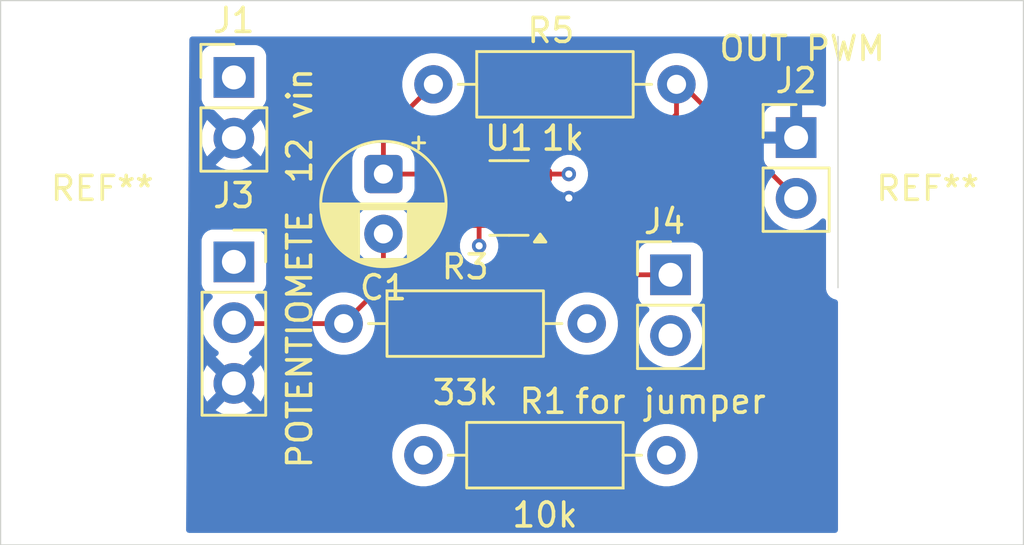
<source format=kicad_pcb>
(kicad_pcb (version 20241229) (generator "pcbnew") (generator_version "9.0")
  (layers (0 "F.Cu" signal) (4 "In1.Cu" signal) (6 "In2.Cu" signal) (2 "B.Cu" signal) (13 "F.Paste" user) (15 "B.Paste" user) (5 "F.SilkS" user "F.Silkscreen") (7 "B.SilkS" user "B.Silkscreen") (1 "F.Mask" user) (3 "B.Mask" user) (25 "Edge.Cuts" user))
  (net 0 "")
  (net 1 "Net-(U1--)")
  (net 2 "12V")
  (net 3 "GND")
  (net 4 "+6V")
  (net 5 "Net-(J2-Pin_2)")
  (net 6 "Net-(J4-Pin_1)")
  (net 7 "Net-(U1-+)")
  (net 8 "Net-(J4-Pin_2)")
  (footprint "Package_TO_SOT_SMD:SOT-23-6" (layer "F.Cu") (at 38.5 23 180)
    (property "Reference" "U1" (at 0 2.5 180) (layer "F.SilkS"))
    (property "Value" "ADA4807-1" (hide yes))
    (fp_line (start 0 1.56) (end 0.8 1.56) (stroke (width 0.12)) (layer "F.SilkS"))
    (fp_line (start 0 1.56) (end -0.8 1.56) (stroke (width 0.12)) (layer "F.SilkS"))
    (fp_line (start 0 -1.56) (end 0.8 -1.56) (stroke (width 0.12)) (layer "F.SilkS"))
    (fp_line (start 0 -1.56) (end -0.8 -1.56) (stroke (width 0.12)) (layer "F.SilkS"))
    (fp_poly (pts (xy -1.3 -1.51) (xy -1.54 -1.84) (xy -1.06 -1.84)) (stroke (width 0.12)) (fill yes) (layer "F.SilkS"))
    (pad "1" smd roundrect (at -1.1375 -0.95 180) (size 1.325 0.6) (layers "F.Cu" "F.Mask" "F.Paste") (net 5 "Net-(J2-Pin_2)"))
    (pad "2" smd roundrect (at -1.1375 0 180) (size 1.325 0.6) (layers "F.Cu" "F.Mask" "F.Paste") (net 3 "GND"))
    (pad "3" smd roundrect (at -1.1375 0.95 180) (size 1.325 0.6) (layers "F.Cu" "F.Mask" "F.Paste") (net 7 "Net-(U1-+)"))
    (pad "4" smd roundrect (at 1.1375 0.95 180) (size 1.325 0.6) (layers "F.Cu" "F.Mask" "F.Paste") (net 1 "Net-(U1--)"))
    (pad "5" smd roundrect (at 1.1375 0 180) (size 1.325 0.6) (layers "F.Cu" "F.Mask" "F.Paste") (net 6 "Net-(J4-Pin_1)"))
    (pad "6" smd roundrect (at 1.1375 -0.95 180) (size 1.325 0.6) (layers "F.Cu" "F.Mask" "F.Paste") (net 2 "12V"))
  )
  (footprint "Connector_PinHeader_2.54mm:PinHeader_1x02_P2.54mm_Vertical" (layer "F.Cu") (at 45.25 26.21)
    (property "Reference" "J4" (at -0.25 -2.225 180) (layer "F.SilkS"))
    (property "Value" "for jumper" (at 0 5.29 180) (layer "F.SilkS"))
    (fp_line (start -1.38 -1.38) (end 0 -1.38) (stroke (width 0.12)) (layer "F.SilkS"))
    (fp_line (start -1.38 0) (end -1.38 -1.38) (stroke (width 0.12)) (layer "F.SilkS"))
    (fp_line (start -1.38 1.27) (end -1.38 3.92) (stroke (width 0.12)) (layer "F.SilkS"))
    (fp_line (start -1.38 1.27) (end 1.38 1.27) (stroke (width 0.12)) (layer "F.SilkS"))
    (fp_line (start -1.38 3.92) (end 1.38 3.92) (stroke (width 0.12)) (layer "F.SilkS"))
    (fp_line (start 1.38 1.27) (end 1.38 3.92) (stroke (width 0.12)) (layer "F.SilkS"))
    (pad "1" thru_hole rect (at 0 0) (size 1.7 1.7) (drill 1) (layers "*.Cu" "*.Mask") (net 6 "Net-(J4-Pin_1)"))
    (pad "2" thru_hole circle (at 0 2.54) (size 1.7 1.7) (drill 1) (layers "*.Cu" "*.Mask") (net 8 "Net-(J4-Pin_2)"))
  )
  (footprint "Capacitor_THT:CP_Radial_D5.0mm_P2.50mm" (layer "F.Cu") (at 33.25 22 -90)
    (property "Reference" "C1" (at 4.75 0 0) (layer "F.SilkS"))
    (property "Value" "1u")
    (fp_line (start 1.49 1.04) (end 1.49 2.569) (stroke (width 0.12)) (layer "F.SilkS"))
    (fp_line (start 1.53 1.04) (end 1.53 2.565) (stroke (width 0.12)) (layer "F.SilkS"))
    (fp_line (start 1.57 1.04) (end 1.57 2.56) (stroke (width 0.12)) (layer "F.SilkS"))
    (fp_line (start 1.61 1.04) (end 1.61 2.555) (stroke (width 0.12)) (layer "F.SilkS"))
    (fp_line (start 1.65 1.04) (end 1.65 2.549) (stroke (width 0.12)) (layer "F.SilkS"))
    (fp_line (start 1.69 1.04) (end 1.69 2.543) (stroke (width 0.12)) (layer "F.SilkS"))
    (fp_line (start 1.73 1.04) (end 1.73 2.536) (stroke (width 0.12)) (layer "F.SilkS"))
    (fp_line (start 1.77 1.04) (end 1.77 2.528) (stroke (width 0.12)) (layer "F.SilkS"))
    (fp_line (start 1.81 1.04) (end 1.81 2.519) (stroke (width 0.12)) (layer "F.SilkS"))
    (fp_line (start 1.85 1.04) (end 1.85 2.51) (stroke (width 0.12)) (layer "F.SilkS"))
    (fp_line (start 1.89 1.04) (end 1.89 2.501) (stroke (width 0.12)) (layer "F.SilkS"))
    (fp_line (start 1.93 1.04) (end 1.93 2.49) (stroke (width 0.12)) (layer "F.SilkS"))
    (fp_line (start 1.97 1.04) (end 1.97 2.479) (stroke (width 0.12)) (layer "F.SilkS"))
    (fp_line (start 2.01 1.04) (end 2.01 2.467) (stroke (width 0.12)) (layer "F.SilkS"))
    (fp_line (start 2.05 1.04) (end 2.05 2.455) (stroke (width 0.12)) (layer "F.SilkS"))
    (fp_line (start 2.09 1.04) (end 2.09 2.442) (stroke (width 0.12)) (layer "F.SilkS"))
    (fp_line (start 2.13 1.04) (end 2.13 2.428) (stroke (width 0.12)) (layer "F.SilkS"))
    (fp_line (start 2.17 1.04) (end 2.17 2.413) (stroke (width 0.12)) (layer "F.SilkS"))
    (fp_line (start 2.21 1.04) (end 2.21 2.398) (stroke (width 0.12)) (layer "F.SilkS"))
    (fp_line (start 2.25 1.04) (end 2.25 2.382) (stroke (width 0.12)) (layer "F.SilkS"))
    (fp_line (start 2.29 1.04) (end 2.29 2.365) (stroke (width 0.12)) (layer "F.SilkS"))
    (fp_line (start 2.33 1.04) (end 2.33 2.347) (stroke (width 0.12)) (layer "F.SilkS"))
    (fp_line (start 2.37 1.04) (end 2.37 2.329) (stroke (width 0.12)) (layer "F.SilkS"))
    (fp_line (start 2.41 1.04) (end 2.41 2.309) (stroke (width 0.12)) (layer "F.SilkS"))
    (fp_line (start 2.45 1.04) (end 2.45 2.289) (stroke (width 0.12)) (layer "F.SilkS"))
    (fp_line (start 2.49 1.04) (end 2.49 2.268) (stroke (width 0.12)) (layer "F.SilkS"))
    (fp_line (start 2.53 1.04) (end 2.53 2.246) (stroke (width 0.12)) (layer "F.SilkS"))
    (fp_line (start 2.57 1.04) (end 2.57 2.223) (stroke (width 0.12)) (layer "F.SilkS"))
    (fp_line (start 2.61 1.04) (end 2.61 2.199) (stroke (width 0.12)) (layer "F.SilkS"))
    (fp_line (start 2.65 1.04) (end 2.65 2.175) (stroke (width 0.12)) (layer "F.SilkS"))
    (fp_line (start 2.69 1.04) (end 2.69 2.149) (stroke (width 0.12)) (layer "F.SilkS"))
    (fp_line (start 2.73 1.04) (end 2.73 2.122) (stroke (width 0.12)) (layer "F.SilkS"))
    (fp_line (start 2.77 1.04) (end 2.77 2.094) (stroke (width 0.12)) (layer "F.SilkS"))
    (fp_line (start 2.81 1.04) (end 2.81 2.065) (stroke (width 0.12)) (layer "F.SilkS"))
    (fp_line (start 2.85 1.04) (end 2.85 2.035) (stroke (width 0.12)) (layer "F.SilkS"))
    (fp_line (start 2.89 1.04) (end 2.89 2.003) (stroke (width 0.12)) (layer "F.SilkS"))
    (fp_line (start 2.93 1.04) (end 2.93 1.97) (stroke (width 0.12)) (layer "F.SilkS"))
    (fp_line (start 2.97 1.04) (end 2.97 1.936) (stroke (width 0.12)) (layer "F.SilkS"))
    (fp_line (start 3.01 1.04) (end 3.01 1.901) (stroke (width 0.12)) (layer "F.SilkS"))
    (fp_line (start 3.05 1.04) (end 3.05 1.864) (stroke (width 0.12)) (layer "F.SilkS"))
    (fp_line (start 3.09 1.04) (end 3.09 1.825) (stroke (width 0.12)) (layer "F.SilkS"))
    (fp_line (start 3.13 1.04) (end 3.13 1.785) (stroke (width 0.12)) (layer "F.SilkS"))
    (fp_line (start 3.17 1.04) (end 3.17 1.743) (stroke (width 0.12)) (layer "F.SilkS"))
    (fp_line (start 3.21 1.04) (end 3.21 1.699) (stroke (width 0.12)) (layer "F.SilkS"))
    (fp_line (start 3.25 1.04) (end 3.25 1.652) (stroke (width 0.12)) (layer "F.SilkS"))
    (fp_line (start 3.29 1.04) (end 3.29 1.604) (stroke (width 0.12)) (layer "F.SilkS"))
    (fp_line (start 3.33 1.04) (end 3.33 1.553) (stroke (width 0.12)) (layer "F.SilkS"))
    (fp_line (start 3.37 1.04) (end 3.37 1.499) (stroke (width 0.12)) (layer "F.SilkS"))
    (fp_line (start 3.41 1.04) (end 3.41 1.443) (stroke (width 0.12)) (layer "F.SilkS"))
    (fp_line (start 3.45 1.04) (end 3.45 1.383) (stroke (width 0.12)) (layer "F.SilkS"))
    (fp_line (start 3.49 1.04) (end 3.49 1.319) (stroke (width 0.12)) (layer "F.SilkS"))
    (fp_line (start 3.53 1.04) (end 3.53 1.251) (stroke (width 0.12)) (layer "F.SilkS"))
    (fp_line (start 3.85 -0.283) (end 3.85 0.283) (stroke (width 0.12)) (layer "F.SilkS"))
    (fp_line (start 3.81 -0.517) (end 3.81 0.517) (stroke (width 0.12)) (layer "F.SilkS"))
    (fp_line (start 3.77 -0.677) (end 3.77 0.677) (stroke (width 0.12)) (layer "F.SilkS"))
    (fp_line (start 3.73 -0.805) (end 3.73 0.805) (stroke (width 0.12)) (layer "F.SilkS"))
    (fp_line (start 3.69 -0.914) (end 3.69 0.914) (stroke (width 0.12)) (layer "F.SilkS"))
    (fp_line (start 3.65 -1.011) (end 3.65 1.011) (stroke (width 0.12)) (layer "F.SilkS"))
    (fp_line (start 3.61 -1.098) (end 3.61 1.098) (stroke (width 0.12)) (layer "F.SilkS"))
    (fp_line (start 3.57 -1.177) (end 3.57 1.177) (stroke (width 0.12)) (layer "F.SilkS"))
    (fp_line (start 3.53 -1.251) (end 3.53 -1.04) (stroke (width 0.12)) (layer "F.SilkS"))
    (fp_line (start 3.49 -1.319) (end 3.49 -1.04) (stroke (width 0.12)) (layer "F.SilkS"))
    (fp_line (start 3.45 -1.383) (end 3.45 -1.04) (stroke (width 0.12)) (layer "F.SilkS"))
    (fp_line (start 3.41 -1.443) (end 3.41 -1.04) (stroke (width 0.12)) (layer "F.SilkS"))
    (fp_line (start -1.554775 -1.475) (end -1.054775 -1.475) (stroke (width 0.12)) (layer "F.SilkS"))
    (fp_line (start 3.37 -1.499) (end 3.37 -1.04) (stroke (width 0.12)) (layer "F.SilkS"))
    (fp_line (start 3.33 -1.553) (end 3.33 -1.04) (stroke (width 0.12)) (layer "F.SilkS"))
    (fp_line (start 3.29 -1.604) (end 3.29 -1.04) (stroke (width 0.12)) (layer "F.SilkS"))
    (fp_line (start 3.25 -1.652) (end 3.25 -1.04) (stroke (width 0.12)) (layer "F.SilkS"))
    (fp_line (start 3.21 -1.699) (end 3.21 -1.04) (stroke (width 0.12)) (layer "F.SilkS"))
    (fp_line (start -1.304775 -1.725) (end -1.304775 -1.225) (stroke (width 0.12)) (layer "F.SilkS"))
    (fp_line (start 3.17 -1.743) (end 3.17 -1.04) (stroke (width 0.12)) (layer "F.SilkS"))
    (fp_line (start 3.13 -1.785) (end 3.13 -1.04) (stroke (width 0.12)) (layer "F.SilkS"))
    (fp_line (start 3.09 -1.825) (end 3.09 -1.04) (stroke (width 0.12)) (layer "F.SilkS"))
    (fp_line (start 3.05 -1.864) (end 3.05 -1.04) (stroke (width 0.12)) (layer "F.SilkS"))
    (fp_line (start 3.01 -1.901) (end 3.01 -1.04) (stroke (width 0.12)) (layer "F.SilkS"))
    (fp_line (start 2.97 -1.936) (end 2.97 -1.04) (stroke (width 0.12)) (layer "F.SilkS"))
    (fp_line (start 2.93 -1.97) (end 2.93 -1.04) (stroke (width 0.12)) (layer "F.SilkS"))
    (fp_line (start 2.89 -2.003) (end 2.89 -1.04) (stroke (width 0.12)) (layer "F.SilkS"))
    (fp_line (start 2.85 -2.035) (end 2.85 -1.04) (stroke (width 0.12)) (layer "F.SilkS"))
    (fp_line (start 2.81 -2.065) (end 2.81 -1.04) (stroke (width 0.12)) (layer "F.SilkS"))
    (fp_line (start 2.77 -2.094) (end 2.77 -1.04) (stroke (width 0.12)) (layer "F.SilkS"))
    (fp_line (start 2.73 -2.122) (end 2.73 -1.04) (stroke (width 0.12)) (layer "F.SilkS"))
    (fp_line (start 2.69 -2.149) (end 2.69 -1.04) (stroke (width 0.12)) (layer "F.SilkS"))
    (fp_line (start 2.65 -2.175) (end 2.65 -1.04) (stroke (width 0.12)) (layer "F.SilkS"))
    (fp_line (start 2.61 -2.199) (end 2.61 -1.04) (stroke (width 0.12)) (layer "F.SilkS"))
    (fp_line (start 2.57 -2.223) (end 2.57 -1.04) (stroke (width 0.12)) (layer "F.SilkS"))
    (fp_line (start 2.53 -2.246) (end 2.53 -1.04) (stroke (width 0.12)) (layer "F.SilkS"))
    (fp_line (start 2.49 -2.268) (end 2.49 -1.04) (stroke (width 0.12)) (layer "F.SilkS"))
    (fp_line (start 2.45 -2.289) (end 2.45 -1.04) (stroke (width 0.12)) (layer "F.SilkS"))
    (fp_line (start 2.41 -2.309) (end 2.41 -1.04) (stroke (width 0.12)) (layer "F.SilkS"))
    (fp_line (start 2.37 -2.329) (end 2.37 -1.04) (stroke (width 0.12)) (layer "F.SilkS"))
    (fp_line (start 2.33 -2.347) (end 2.33 -1.04) (stroke (width 0.12)) (layer "F.SilkS"))
    (fp_line (start 2.29 -2.365) (end 2.29 -1.04) (stroke (width 0.12)) (layer "F.SilkS"))
    (fp_line (start 2.25 -2.382) (end 2.25 -1.04) (stroke (width 0.12)) (layer "F.SilkS"))
    (fp_line (start 2.21 -2.398) (end 2.21 -1.04) (stroke (width 0.12)) (layer "F.SilkS"))
    (fp_line (start 2.17 -2.413) (end 2.17 -1.04) (stroke (width 0.12)) (layer "F.SilkS"))
    (fp_line (start 2.13 -2.428) (end 2.13 -1.04) (stroke (width 0.12)) (layer "F.SilkS"))
    (fp_line (start 2.09 -2.442) (end 2.09 -1.04) (stroke (width 0.12)) (layer "F.SilkS"))
    (fp_line (start 2.05 -2.455) (end 2.05 -1.04) (stroke (width 0.12)) (layer "F.SilkS"))
    (fp_line (start 2.01 -2.467) (end 2.01 -1.04) (stroke (width 0.12)) (layer "F.SilkS"))
    (fp_line (start 1.97 -2.479) (end 1.97 -1.04) (stroke (width 0.12)) (layer "F.SilkS"))
    (fp_line (start 1.93 -2.49) (end 1.93 -1.04) (stroke (width 0.12)) (layer "F.SilkS"))
    (fp_line (start 1.89 -2.501) (end 1.89 -1.04) (stroke (width 0.12)) (layer "F.SilkS"))
    (fp_line (start 1.85 -2.51) (end 1.85 -1.04) (stroke (width 0.12)) (layer "F.SilkS"))
    (fp_line (start 1.81 -2.519) (end 1.81 -1.04) (stroke (width 0.12)) (layer "F.SilkS"))
    (fp_line (start 1.77 -2.528) (end 1.77 -1.04) (stroke (width 0.12)) (layer "F.SilkS"))
    (fp_line (start 1.73 -2.536) (end 1.73 -1.04) (stroke (width 0.12)) (layer "F.SilkS"))
    (fp_line (start 1.69 -2.543) (end 1.69 -1.04) (stroke (width 0.12)) (layer "F.SilkS"))
    (fp_line (start 1.65 -2.549) (end 1.65 -1.04) (stroke (width 0.12)) (layer "F.SilkS"))
    (fp_line (start 1.61 -2.555) (end 1.61 -1.04) (stroke (width 0.12)) (layer "F.SilkS"))
    (fp_line (start 1.57 -2.56) (end 1.57 -1.04) (stroke (width 0.12)) (layer "F.SilkS"))
    (fp_line (start 1.53 -2.565) (end 1.53 -1.04) (stroke (width 0.12)) (layer "F.SilkS"))
    (fp_line (start 1.49 -2.569) (end 1.49 -1.04) (stroke (width 0.12)) (layer "F.SilkS"))
    (fp_line (start 1.45 -2.572) (end 1.45 2.572) (stroke (width 0.12)) (layer "F.SilkS"))
    (fp_line (start 1.41 -2.575) (end 1.41 2.575) (stroke (width 0.12)) (layer "F.SilkS"))
    (fp_line (start 1.37 -2.577) (end 1.37 2.577) (stroke (width 0.12)) (layer "F.SilkS"))
    (fp_line (start 1.33 -2.579) (end 1.33 2.579) (stroke (width 0.12)) (layer "F.SilkS"))
    (fp_line (start 1.25 -2.58) (end 1.25 2.58) (stroke (width 0.12)) (layer "F.SilkS"))
    (fp_line (start 1.29 -2.58) (end 1.29 2.58) (stroke (width 0.12)) (layer "F.SilkS"))
    (fp_circle (center 1.25 0) (end 3.87 0) (stroke (width 0.12)) (fill no) (layer "F.SilkS"))
    (pad "1" thru_hole roundrect (at 0 0 270) (size 1.6 1.6) (drill 0.8) (layers "*.Cu" "*.Mask") (roundrect_rratio 0.15625) (net 1 "Net-(U1--)"))
    (pad "2" thru_hole circle (at 2.5 0 270) (size 1.6 1.6) (drill 0.8) (layers "*.Cu" "*.Mask") (net 4 "+6V"))
  )
  (footprint "Connector_PinHeader_2.54mm:PinHeader_1x02_P2.54mm_Vertical" (layer "F.Cu") (at 50.5 20.475)
    (property "Reference" "J2" (at 0 -2.38 0) (layer "F.SilkS"))
    (property "Value" "OUT PWM" (at 0.25 -3.725 180) (layer "F.SilkS"))
    (fp_line (start -1.38 -1.38) (end 0 -1.38) (stroke (width 0.12)) (layer "F.SilkS"))
    (fp_line (start -1.38 0) (end -1.38 -1.38) (stroke (width 0.12)) (layer "F.SilkS"))
    (fp_line (start -1.38 1.27) (end -1.38 3.92) (stroke (width 0.12)) (layer "F.SilkS"))
    (fp_line (start -1.38 1.27) (end 1.38 1.27) (stroke (width 0.12)) (layer "F.SilkS"))
    (fp_line (start -1.38 3.92) (end 1.38 3.92) (stroke (width 0.12)) (layer "F.SilkS"))
    (fp_line (start 1.38 1.27) (end 1.38 3.92) (stroke (width 0.12)) (layer "F.SilkS"))
    (pad "1" thru_hole rect (at 0 0) (size 1.7 1.7) (drill 1) (layers "*.Cu" "*.Mask") (net 3 "GND"))
    (pad "2" thru_hole circle (at 0 2.54) (size 1.7 1.7) (drill 1) (layers "*.Cu" "*.Mask") (net 5 "Net-(J2-Pin_2)"))
  )
  (footprint "MountingHole:MountingHole_3.2mm_M3" (layer "F.Cu") (at 56 26.75)
    (property "Reference" "REF**" (at 0 -4.15 0) (layer "F.SilkS"))
    (property "Value" "MountingHole_3.2mm_M3" (hide yes))
    (pad "" np_thru_hole circle (at 0 0) (size 3.2 3.2) (drill 3.2) (layers "*.Cu" "*.Mask"))
  )
  (footprint "Connector_PinHeader_2.54mm:PinHeader_1x02_P2.54mm_Vertical" (layer "F.Cu") (at 27 17.96)
    (property "Reference" "J1" (at 0 -2.38 0) (layer "F.SilkS"))
    (property "Value" "12 vin" (at 2.75 2.025 90) (layer "F.SilkS"))
    (fp_line (start -1.38 -1.38) (end 0 -1.38) (stroke (width 0.12)) (layer "F.SilkS"))
    (fp_line (start -1.38 0) (end -1.38 -1.38) (stroke (width 0.12)) (layer "F.SilkS"))
    (fp_line (start -1.38 1.27) (end -1.38 3.92) (stroke (width 0.12)) (layer "F.SilkS"))
    (fp_line (start -1.38 1.27) (end 1.38 1.27) (stroke (width 0.12)) (layer "F.SilkS"))
    (fp_line (start -1.38 3.92) (end 1.38 3.92) (stroke (width 0.12)) (layer "F.SilkS"))
    (fp_line (start 1.38 1.27) (end 1.38 3.92) (stroke (width 0.12)) (layer "F.SilkS"))
    (pad "1" thru_hole rect (at 0 0) (size 1.7 1.7) (drill 1) (layers "*.Cu" "*.Mask") (net 2 "12V"))
    (pad "2" thru_hole circle (at 0 2.54) (size 1.7 1.7) (drill 1) (layers "*.Cu" "*.Mask") (net 3 "GND"))
  )
  (footprint "Resistor_THT:R_Axial_DIN0207_L6.3mm_D2.5mm_P10.16mm_Horizontal" (layer "F.Cu") (at 31.59 28.25)
    (property "Reference" "R3" (at 5.08 -2.37 0) (layer "F.SilkS"))
    (property "Value" "33k" (at 5.08 2.885 0) (layer "F.SilkS"))
    (fp_line (start 1.04 0) (end 1.81 0) (stroke (width 0.12)) (layer "F.SilkS"))
    (fp_line (start 9.12 0) (end 8.35 0) (stroke (width 0.12)) (layer "F.SilkS"))
    (fp_rect (start 1.81 -1.37) (end 8.35 1.37) (stroke (width 0.12)) (fill no) (layer "F.SilkS"))
    (pad "1" thru_hole circle (at 0 0) (size 1.6 1.6) (drill 0.8) (layers "*.Cu" "*.Mask") (net 4 "+6V"))
    (pad "2" thru_hole circle (at 10.16 0) (size 1.6 1.6) (drill 0.8) (layers "*.Cu" "*.Mask") (net 7 "Net-(U1-+)"))
  )
  (footprint "MountingHole:MountingHole_3.2mm_M3" (layer "F.Cu") (at 21.5 26.75)
    (property "Reference" "REF**" (at 0 -4.15 0) (layer "F.SilkS"))
    (property "Value" "MountingHole_3.2mm_M3" (hide yes))
    (pad "" np_thru_hole circle (at 0 0) (size 3.2 3.2) (drill 3.2) (layers "*.Cu" "*.Mask"))
  )
  (footprint "Resistor_THT:R_Axial_DIN0207_L6.3mm_D2.5mm_P10.16mm_Horizontal" (layer "F.Cu") (at 45.08 33.75 180)
    (property "Reference" "R1" (at 5.16 2.25 0) (layer "F.SilkS"))
    (property "Value" "10k" (at 5.08 -2.5 0) (layer "F.SilkS"))
    (fp_line (start 9.12 0) (end 8.35 0) (stroke (width 0.12)) (layer "F.SilkS"))
    (fp_line (start 1.04 0) (end 1.81 0) (stroke (width 0.12)) (layer "F.SilkS"))
    (fp_rect (start 1.81 -1.37) (end 8.35 1.37) (stroke (width 0.12)) (fill no) (layer "F.SilkS"))
    (pad "1" thru_hole circle (at 0 0 180) (size 1.6 1.6) (drill 0.8) (layers "*.Cu" "*.Mask") (net 8 "Net-(J4-Pin_2)"))
    (pad "2" thru_hole circle (at 10.16 0 180) (size 1.6 1.6) (drill 0.8) (layers "*.Cu" "*.Mask") (net 2 "12V"))
  )
  (footprint "Resistor_THT:R_Axial_DIN0207_L6.3mm_D2.5mm_P10.16mm_Horizontal" (layer "F.Cu") (at 35.34 18.25)
    (property "Reference" "R5" (at 4.91 -2.25 0) (layer "F.SilkS"))
    (property "Value" "1k" (at 5.41 2.25 180) (layer "F.SilkS"))
    (fp_line (start 1.04 0) (end 1.81 0) (stroke (width 0.12)) (layer "F.SilkS"))
    (fp_line (start 9.12 0) (end 8.35 0) (stroke (width 0.12)) (layer "F.SilkS"))
    (fp_rect (start 1.81 -1.37) (end 8.35 1.37) (stroke (width 0.12)) (fill no) (layer "F.SilkS"))
    (pad "1" thru_hole circle (at 0 0) (size 1.6 1.6) (drill 0.8) (layers "*.Cu" "*.Mask") (net 1 "Net-(U1--)"))
    (pad "2" thru_hole circle (at 10.16 0) (size 1.6 1.6) (drill 0.8) (layers "*.Cu" "*.Mask") (net 5 "Net-(J2-Pin_2)"))
  )
  (footprint "Connector_PinSocket_2.54mm:PinSocket_1x03_P2.54mm_Vertical" (layer "F.Cu") (at 27 25.67)
    (property "Reference" "J3" (at 0 -2.77 0) (layer "F.SilkS"))
    (property "Value" "POTENTIOMETE" (at 2.75 3.24 90) (layer "F.SilkS"))
    (fp_line (start -1.33 1.27) (end -1.33 6.41) (stroke (width 0.12)) (layer "F.SilkS"))
    (fp_line (start -1.33 1.27) (end 1.33 1.27) (stroke (width 0.12)) (layer "F.SilkS"))
    (fp_line (start -1.33 6.41) (end 1.33 6.41) (stroke (width 0.12)) (layer "F.SilkS"))
    (fp_line (start 0 -1.33) (end 1.33 -1.33) (stroke (width 0.12)) (layer "F.SilkS"))
    (fp_line (start 1.33 -1.33) (end 1.33 0) (stroke (width 0.12)) (layer "F.SilkS"))
    (fp_line (start 1.33 1.27) (end 1.33 6.41) (stroke (width 0.12)) (layer "F.SilkS"))
    (pad "1" thru_hole rect (at 0 0) (size 1.7 1.7) (drill 1) (layers "*.Cu" "*.Mask") (net 2 "12V"))
    (pad "2" thru_hole circle (at 0 2.54) (size 1.7 1.7) (drill 1) (layers "*.Cu" "*.Mask") (net 4 "+6V"))
    (pad "3" thru_hole circle (at 0 5.08) (size 1.7 1.7) (drill 1) (layers "*.Cu" "*.Mask") (net 3 "GND"))
  )
  (gr_rect (start 17.25 14.75) (end 60 37.5) (stroke (width 0.05)) (fill no) (layer "Edge.Cuts"))
  (gr_line (start 52.25 16.25) (end 52.25 26.75) (stroke (width 0.05)) (layer "Edge.Cuts"))
  (segment (start 37.3125 22) (end 37.3625 22.05) (width 0.2) (layer "F.Cu") (net 1))
  (segment (start 33.25 22) (end 37.3125 22) (width 0.2) (layer "F.Cu") (net 1))
  (segment (start 33.25 22) (end 33.25 20.34) (width 0.2) (layer "F.Cu") (net 1))
  (segment (start 33.25 20.34) (end 35.34 18.25) (width 0.2) (layer "F.Cu") (net 1))
  (segment (start 37.25 25) (end 37.25 24.0625) (width 0.2) (layer "F.Cu") (net 2))
  (segment (start 37.25 24.0625) (end 37.3625 23.95) (width 0.2) (layer "F.Cu") (net 2))
  (via (at 37.25 25) (size 0.6) (drill 0.3) (layers "F.Cu" "B.Cu") (net 2))
  (segment (start 41 23) (end 39.6375 23) (width 0.2) (layer "F.Cu") (net 3))
  (via (at 41 23) (size 0.6) (drill 0.3) (layers "F.Cu" "B.Cu") (net 3))
  (segment (start 27.04 28.25) (end 27 28.21) (width 0.2) (layer "F.Cu") (net 4))
  (segment (start 31.59 28.25) (end 27.04 28.25) (width 0.2) (layer "F.Cu") (net 4))
  (segment (start 33.25 24.5) (end 33.25 26.59) (width 0.2) (layer "F.Cu") (net 4))
  (segment (start 33.25 26.59) (end 31.59 28.25) (width 0.2) (layer "F.Cu") (net 4))
  (segment (start 41.05 23.95) (end 45.5 19.5) (width 0.2) (layer "F.Cu") (net 5))
  (segment (start 50.5 23.015) (end 45.735 18.25) (width 0.2) (layer "F.Cu") (net 5))
  (segment (start 39.6375 23.95) (end 41.05 23.95) (width 0.2) (layer "F.Cu") (net 5))
  (segment (start 45.735 18.25) (end 45.5 18.25) (width 0.2) (layer "F.Cu") (net 5))
  (segment (start 45.5 19.5) (end 45.5 18.25) (width 0.2) (layer "F.Cu") (net 5))
  (segment (start 38.326 24.290968) (end 38.326 23.301001) (width 0.2) (layer "F.Cu") (net 6))
  (segment (start 40.245032 26.21) (end 38.326 24.290968) (width 0.2) (layer "F.Cu") (net 6))
  (segment (start 38.024999 23) (end 37.3625 23) (width 0.2) (layer "F.Cu") (net 6))
  (segment (start 38.326 23.301001) (end 38.024999 23) (width 0.2) (layer "F.Cu") (net 6))
  (segment (start 45.25 26.21) (end 40.245032 26.21) (width 0.2) (layer "F.Cu") (net 6))
  (segment (start 41 22) (end 39.6875 22) (width 0.2) (layer "F.Cu") (net 7))
  (segment (start 39.6875 22) (end 39.6375 22.05) (width 0.2) (layer "F.Cu") (net 7))
  (via (at 41 22) (size 0.6) (drill 0.3) (layers "F.Cu" "B.Cu") (net 7))
  (zone (net 3) (net_name "GND") (layer "B.Cu") (priority 2) (connect_pads (clearance 0.5)) (min_thickness 0.25) (fill yes (thermal_gap 0.5) (thermal_bridge_width 0.5))
    (polygon (pts (xy 25.14 16.25) (xy 25 37.25) (xy 52.25 37.25) (xy 52.25 16.25)))
  )
)
</source>
